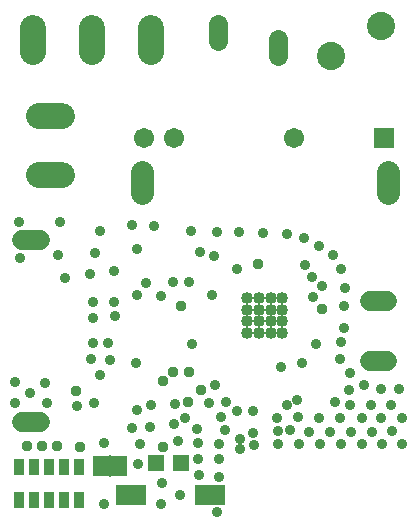
<source format=gbr>
G04 EAGLE Gerber RS-274X export*
G75*
%MOMM*%
%FSLAX34Y34*%
%LPD*%
%INSoldermask Top*%
%IPPOS*%
%AMOC8*
5,1,8,0,0,1.08239X$1,22.5*%
G01*
%ADD10C,1.711200*%
%ADD11R,1.711200X1.711200*%
%ADD12R,1.403200X1.403200*%
%ADD13C,1.711200*%
%ADD14C,2.184400*%
%ADD15C,2.387600*%
%ADD16C,1.011200*%
%ADD17R,1.371600X1.803400*%
%ADD18R,0.152400X1.828800*%
%ADD19C,1.981200*%
%ADD20R,0.939800X1.473200*%
%ADD21R,2.503200X1.703200*%
%ADD22C,1.625600*%
%ADD23C,0.909600*%
%ADD24C,0.959600*%


D10*
X122460Y324470D03*
X147860Y324470D03*
X249460Y324470D03*
D11*
X325660Y324470D03*
D12*
X153360Y49930D03*
X132360Y49930D03*
D13*
X313150Y136380D02*
X328230Y136380D01*
X328230Y186380D02*
X313150Y186380D01*
X34230Y84380D02*
X19150Y84380D01*
X19150Y238380D02*
X34230Y238380D01*
D14*
X33124Y293304D02*
X52936Y293304D01*
X52936Y343596D02*
X33124Y343596D01*
D15*
X280173Y394080D03*
X322947Y419480D03*
D16*
X219410Y179500D03*
X219410Y169500D03*
X229410Y169500D03*
X229410Y179500D03*
X229410Y189500D03*
X219410Y189500D03*
X209410Y189500D03*
X209410Y179500D03*
X209410Y169500D03*
X209410Y159500D03*
X219410Y159500D03*
X229410Y159500D03*
X239410Y159500D03*
X239410Y169500D03*
X239410Y179500D03*
X239410Y189500D03*
D17*
X85830Y46760D03*
X101070Y46760D03*
D18*
X93450Y46760D03*
D14*
X28312Y397864D02*
X28312Y417676D01*
X78350Y417676D02*
X78350Y397864D01*
X128388Y397864D02*
X128388Y417676D01*
D19*
X120540Y295650D02*
X120540Y277870D01*
X329140Y277870D02*
X329140Y295650D01*
D20*
X15990Y18290D03*
X15990Y46230D03*
X28690Y18290D03*
X28690Y46230D03*
X41390Y18290D03*
X41390Y46230D03*
X54090Y18290D03*
X54090Y46230D03*
X66790Y18290D03*
X66790Y46230D03*
D21*
X177770Y22350D03*
X110770Y22350D03*
D22*
X235712Y394208D02*
X235712Y408432D01*
X184912Y406908D02*
X184912Y421132D01*
D23*
X235204Y65532D03*
X252984Y66040D03*
X340868Y65532D03*
X323596Y65532D03*
X306832Y65532D03*
X288544Y65532D03*
X270764Y65532D03*
X235204Y76708D03*
X261620Y76200D03*
X279400Y76200D03*
X297180Y76200D03*
X314960Y76200D03*
X331724Y76708D03*
X234696Y87884D03*
X252476Y88392D03*
X340360Y87884D03*
X323088Y87884D03*
X306324Y87884D03*
X288036Y87884D03*
X270256Y87884D03*
X242824Y99060D03*
X251968Y102616D03*
X283464Y101092D03*
X296672Y98552D03*
X314452Y98552D03*
X331216Y99060D03*
X295656Y111252D03*
X308102Y115316D03*
X323088Y112522D03*
X338074Y112522D03*
X296926Y125730D03*
X288798Y151638D03*
X288290Y137922D03*
X245364Y77216D03*
X214884Y64516D03*
X214376Y75184D03*
X203454Y61722D03*
X203708Y70104D03*
X185928Y37592D03*
X185928Y52832D03*
X185928Y66040D03*
X190500Y77216D03*
X187452Y88900D03*
X214376Y93980D03*
X201168Y93980D03*
X191516Y101600D03*
X177292Y100584D03*
X85090Y123952D03*
X13208Y118364D03*
X65024Y98044D03*
X181864Y115570D03*
X163068Y150622D03*
X160528Y202692D03*
X200914Y213614D03*
X264160Y206756D03*
X265430Y189992D03*
X273050Y199136D03*
X256032Y134620D03*
X168402Y39370D03*
X168148Y53086D03*
X167640Y66548D03*
X166878Y78486D03*
X156718Y87630D03*
X148082Y99314D03*
X147320Y82296D03*
X151130Y67818D03*
X128270Y98552D03*
X116078Y94742D03*
X112014Y78994D03*
X127508Y80264D03*
X118364Y65786D03*
X117348Y48768D03*
X137160Y32512D03*
X136652Y14478D03*
X115570Y134620D03*
X88646Y66294D03*
X79756Y100076D03*
X92964Y136906D03*
X91948Y151384D03*
X79248Y150876D03*
X77216Y137414D03*
X38100Y117348D03*
X13208Y100584D03*
X39624Y100330D03*
X87884Y14986D03*
X152400Y22352D03*
X183896Y8128D03*
X78994Y172466D03*
X78994Y186182D03*
X96774Y186182D03*
X97282Y173990D03*
X292100Y197358D03*
X291846Y182118D03*
X291338Y163576D03*
X289306Y214122D03*
X282448Y225806D03*
X270002Y233172D03*
X257810Y240030D03*
X242824Y243586D03*
X223012Y244348D03*
X169672Y228600D03*
X183642Y245110D03*
X202692Y244856D03*
X162052Y246380D03*
X130302Y250190D03*
X112014Y250952D03*
X115824Y231140D03*
X97028Y211836D03*
X123952Y202184D03*
X146812Y202692D03*
X136906Y191262D03*
X85090Y246126D03*
X80518Y227584D03*
X49276Y226060D03*
X55626Y206248D03*
X76708Y209804D03*
X51308Y253746D03*
X16510Y254000D03*
X17018Y222758D03*
X25400Y108458D03*
X116586Y191516D03*
D24*
X153670Y182626D03*
X138176Y119154D03*
X138176Y63500D03*
X218440Y217932D03*
X160020Y126238D03*
X159766Y101092D03*
X23114Y64262D03*
X64262Y110744D03*
D23*
X258064Y217200D03*
X181776Y224536D03*
X180078Y191770D03*
X238379Y130629D03*
X267716Y150094D03*
D24*
X170452Y111760D03*
X48768Y63754D03*
X35800Y63754D03*
X68072Y62738D03*
X146558Y126238D03*
X273050Y179578D03*
M02*

</source>
